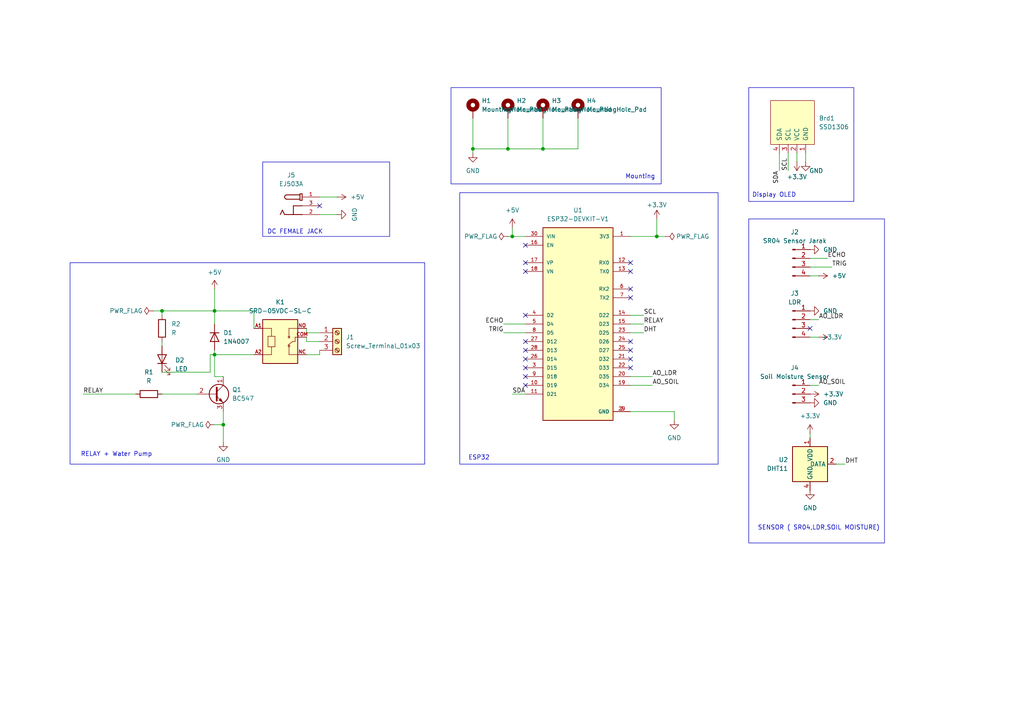
<source format=kicad_sch>
(kicad_sch (version 20250114) (generator "eeschema") (generator_version "9.0")
  (paper "A4")
  (lib_symbols
    (symbol "Connector:Conn_01x03_Pin" (pin_names (offset 1.016) (hide yes))
      (property "Reference" "J" (at 0 5.08 0))
      (property "Value" "Conn_01x03_Pin" (at 0 -5.08 0))
      (symbol "Conn_01x03_Pin_1_1"
        (rectangle (start 0.8636 2.667) (end 0 2.413) (stroke (width 0.1524)) (fill (type outline)))
        (rectangle (start 0.8636 0.127) (end 0 -0.127) (stroke (width 0.1524)) (fill (type outline)))
        (rectangle (start 0.8636 -2.413) (end 0 -2.667) (stroke (width 0.1524)) (fill (type outline)))
        (polyline (pts (xy 1.27 2.54) (xy 0.8636 2.54)) (stroke (width 0.1524)))
        (polyline (pts (xy 1.27 0) (xy 0.8636 0)) (stroke (width 0.1524)))
        (polyline (pts (xy 1.27 -2.54) (xy 0.8636 -2.54)) (stroke (width 0.1524)))
        (pin passive line (at 5.08 2.54 180) (length 3.81) (name "Pin_1") (number "1"))
        (pin passive line (at 5.08 0 180) (length 3.81) (name "Pin_2") (number "2"))
        (pin passive line (at 5.08 -2.54 180) (length 3.81) (name "Pin_3") (number "3"))
      )
    )
    (symbol "Connector:Conn_01x04_Pin" (pin_names (offset 1.016) (hide yes))
      (property "Reference" "J" (at 0 5.08 0))
      (property "Value" "Conn_01x04_Pin" (at 0 -7.62 0))
      (symbol "Conn_01x04_Pin_1_1"
        (rectangle (start 0.8636 2.667) (end 0 2.413) (stroke (width 0.1524)) (fill (type outline)))
        (rectangle (start 0.8636 0.127) (end 0 -0.127) (stroke (width 0.1524)) (fill (type outline)))
        (rectangle (start 0.8636 -2.413) (end 0 -2.667) (stroke (width 0.1524)) (fill (type outline)))
        (rectangle (start 0.8636 -4.953) (end 0 -5.207) (stroke (width 0.1524)) (fill (type outline)))
        (polyline (pts (xy 1.27 2.54) (xy 0.8636 2.54)) (stroke (width 0.1524)))
        (polyline (pts (xy 1.27 0) (xy 0.8636 0)) (stroke (width 0.1524)))
        (polyline (pts (xy 1.27 -2.54) (xy 0.8636 -2.54)) (stroke (width 0.1524)))
        (polyline (pts (xy 1.27 -5.08) (xy 0.8636 -5.08)) (stroke (width 0.1524)))
        (pin passive line (at 5.08 2.54 180) (length 3.81) (name "Pin_1") (number "1"))
        (pin passive line (at 5.08 0 180) (length 3.81) (name "Pin_2") (number "2"))
        (pin passive line (at 5.08 -2.54 180) (length 3.81) (name "Pin_3") (number "3"))
        (pin passive line (at 5.08 -5.08 180) (length 3.81) (name "Pin_4") (number "4"))
      )
    )
    (symbol "Connector:Screw_Terminal_01x03" (pin_names (offset 1.016) (hide yes))
      (property "Reference" "J" (at 0 5.08 0))
      (property "Value" "Screw_Terminal_01x03" (at 0 -5.08 0))
      (symbol "Screw_Terminal_01x03_1_1"
        (rectangle (start -1.27 3.81) (end 1.27 -3.81) (stroke (width 0.254)) (fill (type background)))
        (polyline (pts (xy -0.5334 2.8702) (xy 0.3302 2.032)) (stroke (width 0.1524)))
        (polyline (pts (xy -0.5334 0.3302) (xy 0.3302 -0.508)) (stroke (width 0.1524)))
        (polyline (pts (xy -0.5334 -2.2098) (xy 0.3302 -3.048)) (stroke (width 0.1524)))
        (polyline (pts (xy -0.3556 3.048) (xy 0.508 2.2098)) (stroke (width 0.1524)))
        (polyline (pts (xy -0.3556 0.508) (xy 0.508 -0.3302)) (stroke (width 0.1524)))
        (polyline (pts (xy -0.3556 -2.032) (xy 0.508 -2.8702)) (stroke (width 0.1524)))
        (circle (center 0 2.54) (radius 0.635) (stroke (width 0.1524)))
        (circle (center 0 0) (radius 0.635) (stroke (width 0.1524)))
        (circle (center 0 -2.54) (radius 0.635) (stroke (width 0.1524)))
        (pin passive line (at -5.08 2.54 0) (length 3.81) (name "Pin_1") (number "1"))
        (pin passive line (at -5.08 0 0) (length 3.81) (name "Pin_2") (number "2"))
        (pin passive line (at -5.08 -2.54 0) (length 3.81) (name "Pin_3") (number "3"))
      )
    )
    (symbol "Device:LED" (pin_numbers (hide yes)) (pin_names (offset 1.016) (hide yes))
      (property "Reference" "D" (at 0 2.54 0))
      (property "Value" "LED" (at 0 -2.54 0))
      (symbol "LED_0_1"
        (polyline (pts (xy -3.048 -0.762) (xy -4.572 -2.286) (xy -3.81 -2.286) (xy -4.572 -2.286) (xy -4.572 -1.524)))
        (polyline (pts (xy -1.778 -0.762) (xy -3.302 -2.286) (xy -2.54 -2.286) (xy -3.302 -2.286) (xy -3.302 -1.524)))
        (polyline (pts (xy -1.27 0) (xy 1.27 0)))
        (polyline (pts (xy -1.27 -1.27) (xy -1.27 1.27)) (stroke (width 0.254)))
        (polyline (pts (xy 1.27 -1.27) (xy 1.27 1.27) (xy -1.27 0) (xy 1.27 -1.27)) (stroke (width 0.254)))
      )
      (symbol "LED_1_1"
        (pin passive line (at -3.81 0 0) (length 2.54) (name "K") (number "1"))
        (pin passive line (at 3.81 0 180) (length 2.54) (name "A") (number "2"))
      )
    )
    (symbol "Device:R" (pin_numbers (hide yes)) (pin_names (offset 0))
      (property "Reference" "R" (at 2.032 0 90))
      (property "Value" "R" (at 0 0 90))
      (symbol "R_0_1"
        (rectangle (start -1.016 -2.54) (end 1.016 2.54) (stroke (width 0.254)))
      )
      (symbol "R_1_1"
        (pin passive line (at 0 3.81 270) (length 1.27) (name "~") (number "1"))
        (pin passive line (at 0 -3.81 90) (length 1.27) (name "~") (number "2"))
      )
    )
    (symbol "Diode:1N4007" (pin_numbers (hide yes)) (pin_names (hide yes))
      (property "Reference" "D" (at 0 2.54 0))
      (property "Value" "1N4007" (at 0 -2.54 0))
      (symbol "1N4007_0_1"
        (polyline (pts (xy -1.27 1.27) (xy -1.27 -1.27)) (stroke (width 0.254)))
        (polyline (pts (xy 1.27 1.27) (xy 1.27 -1.27) (xy -1.27 0) (xy 1.27 1.27)) (stroke (width 0.254)))
        (polyline (pts (xy 1.27 0) (xy -1.27 0)))
      )
      (symbol "1N4007_1_1"
        (pin passive line (at -3.81 0 0) (length 2.54) (name "K") (number "1"))
        (pin passive line (at 3.81 0 180) (length 2.54) (name "A") (number "2"))
      )
    )
    (symbol "EJ503A:EJ503A" (pin_names (offset 1.016))
      (property "Reference" "J" (at -5.08 5.08 0))
      (property "Value" "EJ503A" (at -5.08 -7.62 0))
      (symbol "EJ503A_0_0"
        (polyline (pts (xy -5.715 -1.27) (xy -6.35 -2.54)) (stroke (width 0.254)))
        (polyline (pts (xy -5.08 -2.54) (xy -5.715 -1.27)) (stroke (width 0.254)))
        (arc (start -5.08 2.54) (mid -4.894 2.989) (end -4.445 3.175) (stroke (width 0.254)))
        (arc (start -4.445 1.905) (mid -4.894 2.091) (end -5.08 2.54) (stroke (width 0.254)))
        (polyline (pts (xy -4.445 1.905) (xy -0.635 1.905)) (stroke (width 0.254)))
        (polyline (pts (xy -2.54 0) (xy -2.54 -2.54)) (stroke (width 0.254)))
        (polyline (pts (xy -2.54 -2.54) (xy -5.08 -2.54)) (stroke (width 0.254)))
        (polyline (pts (xy -0.635 3.4925) (xy 0 3.4925)) (stroke (width 0.254)))
        (polyline (pts (xy -0.635 3.175) (xy -4.445 3.175)) (stroke (width 0.254)))
        (polyline (pts (xy -0.635 3.175) (xy -0.635 3.4925)) (stroke (width 0.254)))
        (polyline (pts (xy -0.635 1.905) (xy -0.635 3.175)) (stroke (width 0.254)))
        (polyline (pts (xy -0.635 1.5875) (xy -0.635 1.905)) (stroke (width 0.254)))
        (polyline (pts (xy 0 3.4925) (xy 0 1.5875)) (stroke (width 0.254)))
        (polyline (pts (xy 0 1.5875) (xy -0.635 1.5875)) (stroke (width 0.254)))
        (polyline (pts (xy 0 0) (xy -2.54 0)) (stroke (width 0.254)))
        (polyline (pts (xy 0 -2.54) (xy -2.54 -2.54)) (stroke (width 0.254)))
        (pin passive line (at 5.08 2.54 180) (length 5.08) (name "~") (number "1"))
        (pin passive line (at 5.08 0 180) (length 5.08) (name "~") (number "3"))
        (pin passive line (at 5.08 -2.54 180) (length 5.08) (name "~") (number "2"))
      )
    )
    (symbol "ESP32-DEVKIT-V1:ESP32-DEVKIT-V1" (pin_names (offset 1.016))
      (property "Reference" "U" (at -10.16 30.48 0))
      (property "Value" "ESP32-DEVKIT-V1" (at -10.16 -30.48 0))
      (symbol "ESP32-DEVKIT-V1_0_0"
        (rectangle (start -10.16 -27.94) (end 10.16 27.94) (stroke (width 0.254)) (fill (type background)))
        (pin input line (at -15.24 25.4 0) (length 5.08) (name "VIN") (number "30"))
        (pin input line (at -15.24 22.86 0) (length 5.08) (name "EN") (number "16"))
        (pin bidirectional line (at -15.24 17.78 0) (length 5.08) (name "VP") (number "17"))
        (pin bidirectional line (at -15.24 15.24 0) (length 5.08) (name "VN") (number "18"))
        (pin bidirectional line (at -15.24 2.54 0) (length 5.08) (name "D2") (number "4"))
        (pin bidirectional line (at -15.24 0 0) (length 5.08) (name "D4") (number "5"))
        (pin bidirectional line (at -15.24 -2.54 0) (length 5.08) (name "D5") (number "8"))
        (pin bidirectional line (at -15.24 -5.08 0) (length 5.08) (name "D12") (number "27"))
        (pin bidirectional line (at -15.24 -7.62 0) (length 5.08) (name "D13") (number "28"))
        (pin bidirectional line (at -15.24 -10.16 0) (length 5.08) (name "D14") (number "26"))
        (pin bidirectional line (at -15.24 -12.7 0) (length 5.08) (name "D15") (number "3"))
        (pin bidirectional line (at -15.24 -15.24 0) (length 5.08) (name "D18") (number "9"))
        (pin bidirectional line (at -15.24 -17.78 0) (length 5.08) (name "D19") (number "10"))
        (pin bidirectional line (at -15.24 -20.32 0) (length 5.08) (name "D21") (number "11"))
        (pin output line (at 15.24 25.4 180) (length 5.08) (name "3V3") (number "1"))
        (pin input line (at 15.24 17.78 180) (length 5.08) (name "RX0") (number "12"))
        (pin output line (at 15.24 15.24 180) (length 5.08) (name "TX0") (number "13"))
        (pin input line (at 15.24 10.16 180) (length 5.08) (name "RX2") (number "6"))
        (pin output line (at 15.24 7.62 180) (length 5.08) (name "TX2") (number "7"))
        (pin bidirectional line (at 15.24 2.54 180) (length 5.08) (name "D22") (number "14"))
        (pin bidirectional line (at 15.24 0 180) (length 5.08) (name "D23") (number "15"))
        (pin bidirectional line (at 15.24 -2.54 180) (length 5.08) (name "D25") (number "23"))
        (pin bidirectional line (at 15.24 -5.08 180) (length 5.08) (name "D26") (number "24"))
        (pin bidirectional line (at 15.24 -7.62 180) (length 5.08) (name "D27") (number "25"))
        (pin bidirectional line (at 15.24 -10.16 180) (length 5.08) (name "D32") (number "21"))
        (pin bidirectional line (at 15.24 -12.7 180) (length 5.08) (name "D33") (number "22"))
        (pin bidirectional line (at 15.24 -15.24 180) (length 5.08) (name "D35") (number "20"))
        (pin bidirectional line (at 15.24 -17.78 180) (length 5.08) (name "D34") (number "19"))
        (pin power_in line (at 15.24 -25.4 180) (length 5.08) (name "GND") (number "2"))
        (pin power_in line (at 15.24 -25.4 180) (length 5.08) (name "GND") (number "29"))
      )
    )
    (symbol "Mechanical:MountingHole_Pad" (pin_numbers (hide yes)) (pin_names (offset 1.016) (hide yes)) (exclude_from_sim yes) (in_bom no)
      (property "Reference" "H" (at 0 6.35 0))
      (property "Value" "MountingHole_Pad" (at 0 4.445 0))
      (symbol "MountingHole_Pad_0_1"
        (circle (center 0 1.27) (radius 1.27) (stroke (width 1.27)))
      )
      (symbol "MountingHole_Pad_1_1"
        (pin input line (at 0 -2.54 90) (length 2.54) (name "1") (number "1"))
      )
    )
    (symbol "SRD-05VDC-SL-C:SRD-05VDC-SL-C" (pin_names (offset 1.016))
      (property "Reference" "K" (at -5.0809 5.843 0))
      (property "Value" "SRD-05VDC-SL-C" (at -5.0832 -10.1664 0))
      (symbol "SRD-05VDC-SL-C_0_0"
        (polyline (pts (xy -5.08 2.54) (xy -2.54 2.54)) (stroke (width 0.1524)))
        (rectangle (start -5.08 -7.62) (end 5.08 5.08) (stroke (width 0.254)) (fill (type background)))
        (polyline (pts (xy -3.556 0.254) (xy -3.556 -2.794)) (stroke (width 0.1524)))
        (polyline (pts (xy -3.556 -2.794) (xy -2.54 -2.794)) (stroke (width 0.1524)))
        (polyline (pts (xy -2.54 2.54) (xy -2.54 0.254)) (stroke (width 0.1524)))
        (polyline (pts (xy -2.54 0.254) (xy -3.556 0.254)) (stroke (width 0.1524)))
        (polyline (pts (xy -2.54 -2.794) (xy -2.54 -5.08)) (stroke (width 0.1524)))
        (polyline (pts (xy -2.54 -2.794) (xy -1.524 -2.794)) (stroke (width 0.1524)))
        (polyline (pts (xy -2.54 -5.08) (xy -5.08 -5.08)) (stroke (width 0.1524)))
        (polyline (pts (xy -1.524 0.254) (xy -2.54 0.254)) (stroke (width 0.1524)))
        (polyline (pts (xy -1.524 -2.794) (xy -1.524 0.254)) (stroke (width 0.1524)))
        (polyline (pts (xy 2.54 2.54) (xy 2.54 0)) (stroke (width 0.1524)))
        (circle (center 2.54 0) (radius 0.254) (stroke (width 0.1524)))
        (polyline (pts (xy 2.54 -2.54) (xy 2.54 -5.08)) (stroke (width 0.1524)))
        (circle (center 2.54 -2.54) (radius 0.254) (stroke (width 0.1524)))
        (polyline (pts (xy 2.54 -5.08) (xy 5.08 -5.08)) (stroke (width 0.1524)))
        (polyline (pts (xy 3.556 -1.27) (xy 2.286 -2.286)) (stroke (width 0.1524)))
        (polyline (pts (xy 3.556 -1.27) (xy 4.318 -1.27)) (stroke (width 0.1524)))
        (polyline (pts (xy 4.318 0) (xy 5.08 0)) (stroke (width 0.1524)))
        (polyline (pts (xy 4.318 -1.27) (xy 4.318 0)) (stroke (width 0.1524)))
        (polyline (pts (xy 5.08 2.54) (xy 2.54 2.54)) (stroke (width 0.1524)))
        (pin passive line (at -7.62 2.54 0) (length 2.54) (name "~") (number "A1"))
        (pin passive line (at -7.62 -5.08 0) (length 2.54) (name "~") (number "A2"))
        (pin passive line (at 7.62 2.54 180) (length 2.54) (name "~") (number "NO"))
        (pin passive line (at 7.62 0 180) (length 2.54) (name "~") (number "COM"))
        (pin passive line (at 7.62 -5.08 180) (length 2.54) (name "~") (number "NC"))
      )
    )
    (symbol "SSD1306-128x64_OLED:SSD1306" (pin_names (offset 1.016))
      (property "Reference" "Brd" (at 0 -3.81 0))
      (property "Value" "SSD1306" (at 0 -1.27 0))
      (symbol "SSD1306_0_1"
        (rectangle (start -6.35 6.35) (end 6.35 -6.35) (fill (type background)))
      )
      (symbol "SSD1306_1_1"
        (pin input line (at -3.81 8.89 270) (length 2.54) (name "GND") (number "1"))
        (pin input line (at -1.27 8.89 270) (length 2.54) (name "VCC") (number "2"))
        (pin input line (at 1.27 8.89 270) (length 2.54) (name "SCL") (number "3"))
        (pin input line (at 3.81 8.89 270) (length 2.54) (name "SDA") (number "4"))
      )
    )
    (symbol "Sensor:DHT11"
      (property "Reference" "U" (at -3.81 6.35 0))
      (property "Value" "DHT11" (at 3.81 6.35 0))
      (symbol "DHT11_0_1"
        (rectangle (start -5.08 5.08) (end 5.08 -5.08) (stroke (width 0.254)) (fill (type background)))
      )
      (symbol "DHT11_1_1"
        (pin no_connect line (at -5.08 0 0) (length 2.54) (hide yes) (name "NC") (number "3"))
        (pin power_in line (at 0 7.62 270) (length 2.54) (name "VDD") (number "1"))
        (pin power_in line (at 0 -7.62 90) (length 2.54) (name "GND") (number "4"))
        (pin bidirectional line (at 7.62 0 180) (length 2.54) (name "DATA") (number "2"))
      )
    )
    (symbol "Transistor_BJT:BC547" (pin_names (offset 0) (hide yes))
      (property "Reference" "Q" (at 5.08 1.905 0))
      (property "Value" "BC547" (at 5.08 0 0))
      (symbol "BC547_0_1"
        (polyline (pts (xy -2.54 0) (xy 0.635 0)))
        (polyline (pts (xy 0.635 1.905) (xy 0.635 -1.905)) (stroke (width 0.508)))
        (circle (center 1.27 0) (radius 2.8194) (stroke (width 0.254)))
      )
      (symbol "BC547_1_1"
        (polyline (pts (xy 0.635 0.635) (xy 2.54 2.54)))
        (polyline (pts (xy 0.635 -0.635) (xy 2.54 -2.54)))
        (polyline (pts (xy 1.27 -1.778) (xy 1.778 -1.27) (xy 2.286 -2.286) (xy 1.27 -1.778)) (fill (type outline)))
        (pin input line (at -5.08 0 0) (length 2.54) (name "B") (number "2"))
        (pin passive line (at 2.54 5.08 270) (length 2.54) (name "C") (number "1"))
        (pin passive line (at 2.54 -5.08 90) (length 2.54) (name "E") (number "3"))
      )
    )
    (symbol "power:+3.3V" (power) (pin_numbers (hide yes)) (pin_names (offset 0) (hide yes))
      (property "Value" "+3.3V" (at 0 3.556 0))
      (symbol "+3.3V_0_1"
        (polyline (pts (xy -0.762 1.27) (xy 0 2.54)))
        (polyline (pts (xy 0 2.54) (xy 0.762 1.27)))
        (polyline (pts (xy 0 0) (xy 0 2.54)))
      )
      (symbol "+3.3V_1_1"
        (pin power_in line (at 0 0 90) (length 0) (name "~") (number "1"))
      )
    )
    (symbol "power:+5V" (power) (pin_numbers (hide yes)) (pin_names (offset 0) (hide yes))
      (property "Value" "+5V" (at 0 3.556 0))
      (symbol "+5V_0_1"
        (polyline (pts (xy -0.762 1.27) (xy 0 2.54)))
        (polyline (pts (xy 0 2.54) (xy 0.762 1.27)))
        (polyline (pts (xy 0 0) (xy 0 2.54)))
      )
      (symbol "+5V_1_1"
        (pin power_in line (at 0 0 90) (length 0) (name "~") (number "1"))
      )
    )
    (symbol "power:GND" (power) (pin_numbers (hide yes)) (pin_names (offset 0) (hide yes))
      (property "Value" "GND" (at 0 -3.81 0))
      (symbol "GND_0_1"
        (polyline (pts (xy 0 0) (xy 0 -1.27) (xy 1.27 -1.27) (xy 0 -2.54) (xy -1.27 -1.27) (xy 0 -1.27)))
      )
      (symbol "GND_1_1"
        (pin power_in line (at 0 0 270) (length 0) (name "~") (number "1"))
      )
    )
    (symbol "power:PWR_FLAG" (power) (pin_numbers (hide yes)) (pin_names (offset 0) (hide yes))
      (property "Value" "PWR_FLAG" (at 0 3.81 0))
      (symbol "PWR_FLAG_0_0"
        (pin power_out line (at 0 0 90) (length 0) (name "~") (number "1"))
      )
      (symbol "PWR_FLAG_0_1"
        (polyline (pts (xy 0 0) (xy 0 1.27) (xy -1.016 1.905) (xy 0 2.54) (xy 1.016 1.905) (xy 0 1.27)))
      )
    )
  )
  (rectangle (start 76.2 46.99) (end 113.03 68.58))
  (rectangle (start 217.17 63.5) (end 256.54 157.48))
  (rectangle (start 130.81 25.4) (end 191.77 53.34))
  (rectangle (start 20.32 76.2) (end 123.19 134.62))
  (rectangle (start 217.17 25.4) (end 247.65 58.42))
  (rectangle (start 133.35 55.88) (end 208.28 134.62))
  (text "SENSOR ( SR04,LDR,SOIL MOISTURE)\n" (at 237.49 153.162 0) (effects (font (size 1.27 1.27))))
  (text "Display OLED" (at 224.536 56.642 0) (effects (font (size 1.27 1.27))))
  (text "Mounting " (at 186.182 51.308 0) (effects (font (size 1.27 1.27))))
  (text "DC FEMALE JACK" (at 85.598 67.31 0) (effects (font (size 1.27 1.27))))
  (text "RELAY + Water Pump\n" (at 33.782 131.826 0) (effects (font (size 1.27 1.27))))
  (text "ESP32" (at 138.938 132.842 0) (effects (font (size 1.27 1.27))))
  (junction (at 157.48 43.18))
  (junction (at 62.23 102.87))
  (junction (at 62.23 90.17))
  (junction (at 190.5 68.58))
  (junction (at 147.32 43.18))
  (junction (at 64.77 123.19))
  (junction (at 137.16 43.18))
  (junction (at 46.99 90.17))
  (junction (at 148.59 68.58))
  (no_connect (at 152.4 76.2))
  (no_connect (at 152.4 71.12))
  (no_connect (at 152.4 104.14))
  (no_connect (at 182.88 86.36))
  (no_connect (at 152.4 111.76))
  (no_connect (at 152.4 109.22))
  (no_connect (at 152.4 78.74))
  (no_connect (at 152.4 101.6))
  (no_connect (at 182.88 78.74))
  (no_connect (at 182.88 101.6))
  (no_connect (at 234.95 95.25))
  (no_connect (at 152.4 91.44))
  (no_connect (at 152.4 106.68))
  (no_connect (at 182.88 99.06))
  (no_connect (at 182.88 106.68))
  (no_connect (at 92.71 59.69))
  (no_connect (at 182.88 76.2))
  (no_connect (at 152.4 99.06))
  (no_connect (at 182.88 83.82))
  (no_connect (at 182.88 104.14))
  (wire (pts (xy 237.49 80.01) (xy 234.95 80.01)))
  (wire (pts (xy 137.16 43.18) (xy 137.16 34.29)))
  (wire (pts (xy 240.03 74.93) (xy 234.95 74.93)))
  (wire (pts (xy 148.59 66.04) (xy 148.59 68.58)))
  (wire (pts (xy 148.59 68.58) (xy 152.4 68.58)))
  (wire (pts (xy 60.96 102.87) (xy 62.23 102.87)))
  (wire (pts (xy 24.13 114.3) (xy 39.37 114.3)))
  (wire (pts (xy 186.69 93.98) (xy 182.88 93.98)))
  (wire (pts (xy 189.23 109.22) (xy 182.88 109.22)))
  (wire (pts (xy 60.96 107.95) (xy 60.96 102.87)))
  (wire (pts (xy 147.32 34.29) (xy 147.32 43.18)))
  (wire (pts (xy 137.16 44.45) (xy 137.16 43.18)))
  (wire (pts (xy 92.71 62.23) (xy 97.79 62.23)))
  (wire (pts (xy 62.23 101.6) (xy 62.23 102.87)))
  (wire (pts (xy 62.23 109.22) (xy 64.77 109.22)))
  (wire (pts (xy 146.05 96.52) (xy 152.4 96.52)))
  (wire (pts (xy 64.77 119.38) (xy 64.77 123.19)))
  (wire (pts (xy 190.5 63.5) (xy 190.5 68.58)))
  (wire (pts (xy 44.45 90.17) (xy 46.99 90.17)))
  (wire (pts (xy 147.32 68.58) (xy 148.59 68.58)))
  (wire (pts (xy 62.23 93.98) (xy 62.23 90.17)))
  (wire (pts (xy 189.23 111.76) (xy 182.88 111.76)))
  (wire (pts (xy 137.16 43.18) (xy 147.32 43.18)))
  (wire (pts (xy 97.79 57.15) (xy 92.71 57.15)))
  (wire (pts (xy 64.77 123.19) (xy 64.77 128.27)))
  (wire (pts (xy 231.14 46.99) (xy 231.14 44.45)))
  (wire (pts (xy 62.23 102.87) (xy 62.23 109.22)))
  (wire (pts (xy 237.49 97.79) (xy 234.95 97.79)))
  (wire (pts (xy 237.49 111.76) (xy 234.95 111.76)))
  (wire (pts (xy 195.58 119.38) (xy 195.58 121.92)))
  (wire (pts (xy 147.32 43.18) (xy 157.48 43.18)))
  (wire (pts (xy 193.04 68.58) (xy 190.5 68.58)))
  (wire (pts (xy 167.64 34.29) (xy 167.64 43.18)))
  (wire (pts (xy 73.66 90.17) (xy 62.23 90.17)))
  (wire (pts (xy 241.3 77.47) (xy 234.95 77.47)))
  (wire (pts (xy 46.99 90.17) (xy 62.23 90.17)))
  (wire (pts (xy 88.9 96.52) (xy 92.71 96.52)))
  (wire (pts (xy 226.06 49.53) (xy 226.06 44.45)))
  (wire (pts (xy 182.88 119.38) (xy 195.58 119.38)))
  (wire (pts (xy 186.69 91.44) (xy 182.88 91.44)))
  (wire (pts (xy 62.23 83.82) (xy 62.23 90.17)))
  (wire (pts (xy 46.99 107.95) (xy 60.96 107.95)))
  (wire (pts (xy 62.23 102.87) (xy 73.66 102.87)))
  (wire (pts (xy 245.11 134.62) (xy 242.57 134.62)))
  (wire (pts (xy 46.99 100.33) (xy 46.99 99.06)))
  (wire (pts (xy 46.99 91.44) (xy 46.99 90.17)))
  (wire (pts (xy 92.71 102.87) (xy 92.71 101.6)))
  (wire (pts (xy 233.68 46.99) (xy 233.68 44.45)))
  (wire (pts (xy 62.23 123.19) (xy 64.77 123.19)))
  (wire (pts (xy 186.69 96.52) (xy 182.88 96.52)))
  (wire (pts (xy 237.49 92.71) (xy 234.95 92.71)))
  (wire (pts (xy 46.99 114.3) (xy 57.15 114.3)))
  (wire (pts (xy 234.95 125.73) (xy 234.95 127)))
  (wire (pts (xy 73.66 95.25) (xy 73.66 90.17)))
  (wire (pts (xy 157.48 43.18) (xy 167.64 43.18)))
  (wire (pts (xy 88.9 95.25) (xy 88.9 96.52)))
  (wire (pts (xy 228.6 49.53) (xy 228.6 44.45)))
  (wire (pts (xy 88.9 99.06) (xy 92.71 99.06)))
  (wire (pts (xy 157.48 34.29) (xy 157.48 43.18)))
  (wire (pts (xy 88.9 102.87) (xy 92.71 102.87)))
  (wire (pts (xy 148.59 114.3) (xy 152.4 114.3)))
  (wire (pts (xy 88.9 97.79) (xy 88.9 99.06)))
  (wire (pts (xy 182.88 68.58) (xy 190.5 68.58)))
  (wire (pts (xy 146.05 93.98) (xy 152.4 93.98)))
  (label "SCL" (at 228.6 49.53 90))
  (label "SDA" (at 226.06 49.53 270))
  (label "AO_SOIL" (at 237.49 111.76 0))
  (label "TRIG" (at 146.05 96.52 180))
  (label "AO_LDR" (at 237.49 92.71 0))
  (label "SDA" (at 148.59 114.3 0))
  (label "TRIG" (at 241.3 77.47 0))
  (label "RELAY" (at 24.13 114.3 0))
  (label "AO_LDR" (at 189.23 109.22 0))
  (label "ECHO" (at 240.03 74.93 0))
  (label "DHT" (at 186.69 96.52 0))
  (label "AO_SOIL" (at 189.23 111.76 0))
  (label "ECHO" (at 146.05 93.98 180))
  (label "SCL" (at 186.69 91.44 0))
  (label "RELAY" (at 186.69 93.98 0))
  (label "DHT" (at 245.11 134.62 0))
  (symbol (lib_id "Mechanical:MountingHole_Pad") (at 147.32 31.75 0) (unit 1) (exclude_from_sim yes) (in_bom no)
    (property "Reference" "H2" (at 149.86 29.2099 0) (effects (justify left)))
    (property "Value" "MountingHole_Pad" (at 149.86 31.7499 0) (effects (justify left)))
    (property "Footprint" "MountingHole:MountingHole_3.2mm_M3_ISO14580_Pad" (effects (hide yes)))
    (property "Description" "Mounting Hole with connection" (effects (hide yes)))
  )
  (symbol (lib_id "power:+5V") (at 97.79 57.15 270) (unit 1)
    (property "Reference" "#PWR017" (effects (hide yes)))
    (property "Value" "+5V" (at 101.6 57.1499 90) (effects (justify left)))
    (property "Description" "Power symbol creates a global label with name \"+5V\"" (effects (hide yes)))
  )
  (symbol (lib_id "power:+3.3V") (at 234.95 114.3 270) (unit 1)
    (property "Reference" "#PWR013" (effects (hide yes)))
    (property "Value" "+3.3V" (at 238.76 114.2999 90) (effects (justify left)))
    (property "Description" "Power symbol creates a global label with name \"+3.3V\"" (effects (hide yes)))
  )
  (symbol (lib_id "Mechanical:MountingHole_Pad") (at 157.48 31.75 0) (unit 1) (exclude_from_sim yes) (in_bom no)
    (property "Reference" "H3" (at 160.02 29.2099 0) (effects (justify left)))
    (property "Value" "MountingHole_Pad" (at 160.02 31.7499 0) (effects (justify left)))
    (property "Footprint" "MountingHole:MountingHole_3.2mm_M3_ISO14580_Pad" (effects (hide yes)))
    (property "Description" "Mounting Hole with connection" (effects (hide yes)))
  )
  (symbol (lib_id "power:GND") (at 97.79 62.23 90) (unit 1)
    (property "Reference" "#PWR018" (effects (hide yes)))
    (property "Value" "GND" (at 102.87 62.23 0))
    (property "Description" "Power symbol creates a global label with name \"GND\" , ground" (effects (hide yes)))
  )
  (symbol (lib_id "SRD-05VDC-SL-C:SRD-05VDC-SL-C") (at 81.28 97.79 0) (unit 1)
    (property "Reference" "K1" (at 81.28 87.63 0))
    (property "Value" "SRD-05VDC-SL-C" (at 81.28 90.17 0))
    (property "Footprint" "SRD-05VDC-SL-C:RELAY_SRD-05VDC-SL-C" (effects (hide yes)))
    (property "MF" "Songle Relay" (effects (hide yes)))
    (property "Description_1" "5V Trigger Relay Module For Arduino And Raspberry Pi 5V Trigger Relay Module For Arduino And Raspberry Pi" (effects (hide yes)))
    (property "Package" "NON STANDARD-5 Songle Relay" (effects (hide yes)))
    (property "Price" "None" (effects (hide yes)))
    (property "Check_prices" "https://www.snapeda.com/parts/SRD-05VDC-SL-C/Songle+Relay/view-part/?ref=eda" (effects (hide yes)))
    (property "STANDARD" "IPC-7251" (effects (hide yes)))
    (property "SnapEDA_Link" "https://www.snapeda.com/parts/SRD-05VDC-SL-C/Songle+Relay/view-part/?ref=snap" (effects (hide yes)))
    (property "MP" "SRD-05VDC-SL-C" (effects (hide yes)))
    (property "Availability" "In Stock" (effects (hide yes)))
    (property "MANUFACTURER" "SONGLE RELAY" (effects (hide yes)))
  )
  (symbol (lib_id "power:+3.3V") (at 190.5 63.5 0) (unit 1)
    (property "Reference" "#PWR03" (effects (hide yes)))
    (property "Value" "+3.3V" (at 190.5 59.436 0))
    (property "Description" "Power symbol creates a global label with name \"+3.3V\"" (effects (hide yes)))
  )
  (symbol (lib_id "Device:R") (at 43.18 114.3 90) (unit 1)
    (property "Reference" "R1" (at 43.18 107.95 90))
    (property "Value" "R" (at 43.18 110.49 90))
    (property "Footprint" "Resistor_THT:R_Axial_DIN0207_L6.3mm_D2.5mm_P10.16mm_Horizontal" (effects (hide yes)))
    (property "Description" "Resistor" (effects (hide yes)))
  )
  (symbol (lib_id "Connector:Conn_01x03_Pin") (at 229.87 114.3 0) (unit 1)
    (property "Reference" "J4" (at 230.505 106.68 0))
    (property "Value" "Soil Moisture Sensor" (at 230.505 109.22 0))
    (property "Footprint" "Connector_PinHeader_2.54mm:PinHeader_1x03_P2.54mm_Vertical" (effects (hide yes)))
    (property "Description" "Generic connector, single row, 01x03, script generated" (effects (hide yes)))
  )
  (symbol (lib_id "power:+5V") (at 148.59 66.04 0) (unit 1)
    (property "Reference" "#PWR016" (effects (hide yes)))
    (property "Value" "+5V" (at 148.59 60.96 0))
    (property "Description" "Power symbol creates a global label with name \"+5V\"" (effects (hide yes)))
  )
  (symbol (lib_id "power:GND") (at 195.58 121.92 0) (unit 1)
    (property "Reference" "#PWR04" (effects (hide yes)))
    (property "Value" "GND" (at 195.58 127 0))
    (property "Description" "Power symbol creates a global label with name \"GND\" , ground" (effects (hide yes)))
  )
  (symbol (lib_id "power:PWR_FLAG") (at 62.23 123.19 90) (unit 1)
    (property "Reference" "#FLG04" (effects (hide yes)))
    (property "Value" "PWR_FLAG" (at 59.182 123.19 90) (effects (justify left)))
    (property "Description" "Special symbol for telling ERC where power comes from" (effects (hide yes)))
  )
  (symbol (lib_id "power:GND") (at 64.77 128.27 0) (unit 1)
    (property "Reference" "#PWR02" (effects (hide yes)))
    (property "Value" "GND" (at 64.77 133.35 0))
    (property "Description" "Power symbol creates a global label with name \"GND\" , ground" (effects (hide yes)))
  )
  (symbol (lib_id "power:+3.3V") (at 237.49 97.79 270) (unit 1)
    (property "Reference" "#PWR012" (effects (hide yes)))
    (property "Value" "+3.3V" (at 241.3 97.79 90))
    (property "Description" "Power symbol creates a global label with name \"+3.3V\"" (effects (hide yes)))
  )
  (symbol (lib_id "EJ503A:EJ503A") (at 87.63 59.69 0) (unit 1)
    (property "Reference" "J5" (at 84.455 50.8 0))
    (property "Value" "EJ503A" (at 84.455 53.34 0))
    (property "Footprint" "BARREL JACK 2.1MM KICAD:MPD_EJ503A" (effects (hide yes)))
    (property "MF" "MPD" (effects (hide yes)))
    (property "MAXIMUM_PACKAGE_HEIGHT" "11 mm" (effects (hide yes)))
    (property "Package" "None" (effects (hide yes)))
    (property "Price" "None" (effects (hide yes)))
    (property "Check_prices" "https://www.snapeda.com/parts/EJ503A/MPD/view-part/?ref=eda" (effects (hide yes)))
    (property "STANDARD" "Manufacturer Recommendations" (effects (hide yes)))
    (property "PARTREV" "B" (effects (hide yes)))
    (property "SnapEDA_Link" "https://www.snapeda.com/parts/EJ503A/MPD/view-part/?ref=snap" (effects (hide yes)))
    (property "MP" "EJ503A" (effects (hide yes)))
    (property "Description_1" "Power Barrel Connector Jack 2.10mm ID (0.083), 5.50mm OD (0.217) Through Hole, Right Angle" (effects (hide yes)))
    (property "Availability" "In Stock" (effects (hide yes)))
    (property "MANUFACTURER" "MPD" (effects (hide yes)))
  )
  (symbol (lib_id "Connector:Conn_01x04_Pin") (at 229.87 92.71 0) (unit 1)
    (property "Reference" "J3" (at 230.505 85.09 0))
    (property "Value" "LDR" (at 230.505 87.63 0))
    (property "Footprint" "Connector_PinHeader_2.54mm:PinHeader_1x04_P2.54mm_Vertical" (effects (hide yes)))
    (property "Description" "Generic connector, single row, 01x04, script generated" (effects (hide yes)))
  )
  (symbol (lib_id "SSD1306-128x64_OLED:SSD1306") (at 229.87 35.56 180) (unit 1)
    (property "Reference" "Brd1" (at 237.49 34.2899 0) (effects (justify right)))
    (property "Value" "SSD1306" (at 237.49 36.8299 0) (effects (justify right)))
    (property "Footprint" "SSD1306:128x64OLED" (effects (hide yes)))
    (property "Description" "SSD1306 OLED" (effects (hide yes)))
  )
  (symbol (lib_id "power:+3.3V") (at 231.14 46.99 180) (unit 1)
    (property "Reference" "#PWR05" (effects (hide yes)))
    (property "Value" "+3.3V" (at 231.14 51.308 0))
    (property "Description" "Power symbol creates a global label with name \"+3.3V\"" (effects (hide yes)))
  )
  (symbol (lib_id "power:GND") (at 233.68 46.99 0) (unit 1)
    (property "Reference" "#PWR06" (effects (hide yes)))
    (property "Value" "GND" (at 236.728 49.53 0))
    (property "Description" "Power symbol creates a global label with name \"GND\" , ground" (effects (hide yes)))
  )
  (symbol (lib_id "Device:R") (at 46.99 95.25 180) (unit 1)
    (property "Reference" "R2" (at 49.6904 93.9799 0) (effects (justify right)))
    (property "Value" "R" (at 49.6904 96.5199 0) (effects (justify right)))
    (property "Footprint" "Resistor_THT:R_Axial_DIN0207_L6.3mm_D2.5mm_P10.16mm_Horizontal" (effects (hide yes)))
    (property "Description" "Resistor" (effects (hide yes)))
  )
  (symbol (lib_id "power:GND") (at 234.95 90.17 90) (unit 1)
    (property "Reference" "#PWR011" (effects (hide yes)))
    (property "Value" "GND" (at 238.76 90.1699 90) (effects (justify right)))
    (property "Description" "Power symbol creates a global label with name \"GND\" , ground" (effects (hide yes)))
  )
  (symbol (lib_id "Device:LED") (at 46.99 104.14 90) (unit 1)
    (property "Reference" "D2" (at 50.8 104.4574 90) (effects (justify right)))
    (property "Value" "LED" (at 50.8 106.9974 90) (effects (justify right)))
    (property "Footprint" "LED_THT:LED_D3.0mm" (effects (hide yes)))
    (property "Description" "Light emitting diode" (effects (hide yes)))
    (property "Sim.Pins" "1=K 2=A" (effects (hide yes)))
  )
  (symbol (lib_id "Transistor_BJT:BC547") (at 62.23 114.3 0) (unit 1)
    (property "Reference" "Q1" (at 67.31 113.0299 0) (effects (justify left)))
    (property "Value" "BC547" (at 67.31 115.5699 0) (effects (justify left)))
    (property "Footprint" "Package_TO_SOT_THT:TO-92_Inline" (effects (hide yes)))
    (property "Datasheet" "https://www.onsemi.com/pub/Collateral/BC550-D.pdf" (effects (hide yes)))
    (property "Description" "0.1A Ic, 45V Vce, Small Signal NPN Transistor, TO-92" (effects (hide yes)))
  )
  (symbol (lib_id "power:GND") (at 234.95 142.24 0) (unit 1)
    (property "Reference" "#PWR010" (effects (hide yes)))
    (property "Value" "GND" (at 234.95 147.32 0))
    (property "Description" "Power symbol creates a global label with name \"GND\" , ground" (effects (hide yes)))
  )
  (symbol (lib_id "power:PWR_FLAG") (at 193.04 68.58 270) (unit 1)
    (property "Reference" "#FLG02" (effects (hide yes)))
    (property "Value" "PWR_FLAG" (at 196.088 68.58 90) (effects (justify left)))
    (property "Description" "Special symbol for telling ERC where power comes from" (effects (hide yes)))
  )
  (symbol (lib_id "power:PWR_FLAG") (at 44.45 90.17 90) (unit 1)
    (property "Reference" "#FLG03" (effects (hide yes)))
    (property "Value" "PWR_FLAG" (at 41.402 90.17 90) (effects (justify left)))
    (property "Description" "Special symbol for telling ERC where power comes from" (effects (hide yes)))
  )
  (symbol (lib_id "power:GND") (at 234.95 116.84 90) (unit 1)
    (property "Reference" "#PWR014" (effects (hide yes)))
    (property "Value" "GND" (at 238.76 116.8399 90) (effects (justify right)))
    (property "Description" "Power symbol creates a global label with name \"GND\" , ground" (effects (hide yes)))
  )
  (symbol (lib_id "Sensor:DHT11") (at 234.95 134.62 0) (unit 1)
    (property "Reference" "U2" (at 228.6 133.3499 0) (effects (justify right)))
    (property "Value" "DHT11" (at 228.6 135.8899 0) (effects (justify right)))
    (property "Footprint" "Sensor:Aosong_DHT11_5.5x12.0_P2.54mm" (effects (hide yes)))
    (property "Datasheet" "http://akizukidenshi.com/download/ds/aosong/DHT11.pdf" (effects (hide yes)))
    (property "Description" "3.3V to 5.5V, temperature and humidity module, DHT11" (effects (hide yes)))
  )
  (symbol (lib_id "power:GND") (at 234.95 72.39 90) (unit 1)
    (property "Reference" "#PWR07" (effects (hide yes)))
    (property "Value" "GND" (at 238.76 72.3899 90) (effects (justify right)))
    (property "Description" "Power symbol creates a global label with name \"GND\" , ground" (effects (hide yes)))
  )
  (symbol (lib_id "Connector:Screw_Terminal_01x03") (at 97.79 99.06 0) (unit 1)
    (property "Reference" "J1" (at 100.33 97.7899 0) (effects (justify left)))
    (property "Value" "Screw_Terminal_01x03" (at 100.33 100.3299 0) (effects (justify left)))
    (property "Footprint" "TerminalBlock_Phoenix:TerminalBlock_Phoenix_MKDS-1,5-3-5.08_1x03_P5.08mm_Horizontal" (effects (hide yes)))
    (property "Description" "Generic screw terminal, single row, 01x03, script generated (kicad-library-utils/schlib/autogen/connector/)" (effects (hide yes)))
  )
  (symbol (lib_id "power:GND") (at 137.16 44.45 0) (unit 1)
    (property "Reference" "#PWR015" (effects (hide yes)))
    (property "Value" "GND" (at 137.16 49.53 0))
    (property "Description" "Power symbol creates a global label with name \"GND\" , ground" (effects (hide yes)))
  )
  (symbol (lib_id "power:PWR_FLAG") (at 147.32 68.58 90) (unit 1)
    (property "Reference" "#FLG01" (effects (hide yes)))
    (property "Value" "PWR_FLAG" (at 144.272 68.58 90) (effects (justify left)))
    (property "Description" "Special symbol for telling ERC where power comes from" (effects (hide yes)))
  )
  (symbol (lib_id "Mechanical:MountingHole_Pad") (at 137.16 31.75 0) (unit 1) (exclude_from_sim yes) (in_bom no)
    (property "Reference" "H1" (at 139.7 29.2099 0) (effects (justify left)))
    (property "Value" "MountingHole_Pad" (at 139.7 31.7499 0) (effects (justify left)))
    (property "Footprint" "MountingHole:MountingHole_3.2mm_M3_ISO14580_Pad" (effects (hide yes)))
    (property "Description" "Mounting Hole with connection" (effects (hide yes)))
  )
  (symbol (lib_id "power:+5V") (at 237.49 80.01 270) (unit 1)
    (property "Reference" "#PWR08" (effects (hide yes)))
    (property "Value" "+5V" (at 241.3 80.0099 90) (effects (justify left)))
    (property "Description" "Power symbol creates a global label with name \"+5V\"" (effects (hide yes)))
  )
  (symbol (lib_id "power:+5V") (at 62.23 83.82 0) (unit 1)
    (property "Reference" "#PWR01" (effects (hide yes)))
    (property "Value" "+5V" (at 62.23 78.994 0))
    (property "Description" "Power symbol creates a global label with name \"+5V\"" (effects (hide yes)))
  )
  (symbol (lib_id "power:+3.3V") (at 234.95 125.73 0) (unit 1)
    (property "Reference" "#PWR09" (effects (hide yes)))
    (property "Value" "+3.3V" (at 234.95 120.65 0))
    (property "Description" "Power symbol creates a global label with name \"+3.3V\"" (effects (hide yes)))
  )
  (symbol (lib_id "Connector:Conn_01x04_Pin") (at 229.87 74.93 0) (unit 1)
    (property "Reference" "J2" (at 230.505 67.31 0))
    (property "Value" "SR04 Sensor Jarak" (at 230.505 69.85 0))
    (property "Footprint" "Connector_PinHeader_2.54mm:PinHeader_1x04_P2.54mm_Vertical" (effects (hide yes)))
    (property "Description" "Generic connector, single row, 01x04, script generated" (effects (hide yes)))
  )
  (symbol (lib_id "Mechanical:MountingHole_Pad") (at 167.64 31.75 0) (unit 1) (exclude_from_sim yes) (in_bom no)
    (property "Reference" "H4" (at 170.18 29.2099 0) (effects (justify left)))
    (property "Value" "MountingHole_Pad" (at 170.18 31.7499 0) (effects (justify left)))
    (property "Footprint" "MountingHole:MountingHole_3.2mm_M3_ISO14580_Pad" (effects (hide yes)))
    (property "Description" "Mounting Hole with connection" (effects (hide yes)))
  )
  (symbol (lib_id "ESP32-DEVKIT-V1:ESP32-DEVKIT-V1") (at 167.64 93.98 0) (unit 1)
    (property "Reference" "U1" (at 167.64 60.96 0))
    (property "Value" "ESP32-DEVKIT-V1" (at 167.64 63.5 0))
    (property "Footprint" "ESP32-DEVKIT-V1:MODULE_ESP32_DEVKIT_V1" (effects (hide yes)))
    (property "MF" "Do it" (effects (hide yes)))
    (property "MAXIMUM_PACKAGE_HEIGHT" "6.8 mm" (effects (hide yes)))
    (property "Package" "None" (effects (hide yes)))
    (property "Price" "None" (effects (hide yes)))
    (property "Check_prices" "https://www.snapeda.com/parts/ESP32-DEVKIT-V1/Do+it/view-part/?ref=eda" (effects (hide yes)))
    (property "STANDARD" "Manufacturer Recommendations" (effects (hide yes)))
    (property "PARTREV" "N/A" (effects (hide yes)))
    (property "SnapEDA_Link" "https://www.snapeda.com/parts/ESP32-DEVKIT-V1/Do+it/view-part/?ref=snap" (effects (hide yes)))
    (property "MP" "ESP32-DEVKIT-V1" (effects (hide yes)))
    (property "Description_1" "Dual core, Wi-Fi: 2.4 GHz up to 150 Mbits/s,BLE (Bluetooth Low Energy) and legacy Bluetooth, 32 bits, Up to 240 MHz" (effects (hide yes)))
    (property "Availability" "Not in stock" (effects (hide yes)))
    (property "MANUFACTURER" "DOIT" (effects (hide yes)))
  )
  (symbol (lib_id "Diode:1N4007") (at 62.23 97.79 270) (unit 1)
    (property "Reference" "D1" (at 64.77 96.5199 90) (effects (justify left)))
    (property "Value" "1N4007" (at 64.77 99.0599 90) (effects (justify left)))
    (property "Footprint" "Diode_THT:D_DO-41_SOD81_P10.16mm_Horizontal" (effects (hide yes)))
    (property "Datasheet" "http://www.vishay.com/docs/88503/1n4001.pdf" (effects (hide yes)))
    (property "Description" "1000V 1A General Purpose Rectifier Diode, DO-41" (effects (hide yes)))
    (property "Sim.Device" "D" (effects (hide yes)))
    (property "Sim.Pins" "1=K 2=A" (effects (hide yes)))
  )
)
</source>
